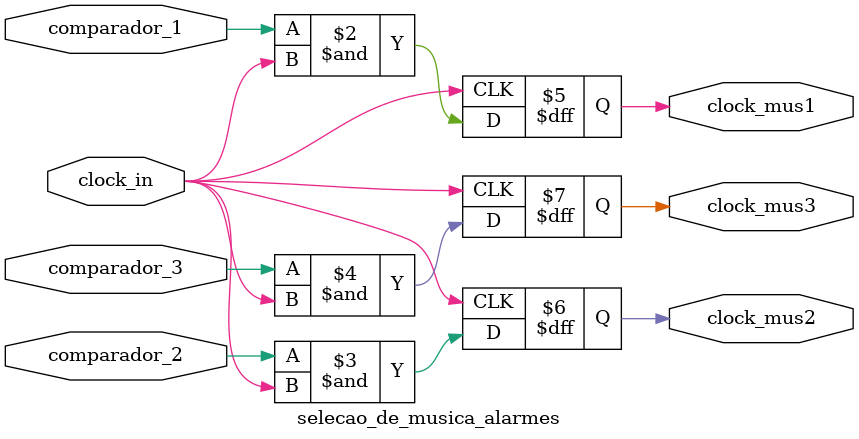
<source format=v>
module selecao_de_musica_alarmes
(
	input clock_in,
	input comparador_1,
	input comparador_2,
	input comparador_3,
	
	output reg clock_mus1, clock_mus2, clock_mus3
		
);



always @(posedge clock_in) begin

	clock_mus1 = (comparador_1 & clock_in);
	clock_mus2 = (comparador_2 & clock_in);
	clock_mus3 = (comparador_3 & clock_in);

end
endmodule 
</source>
